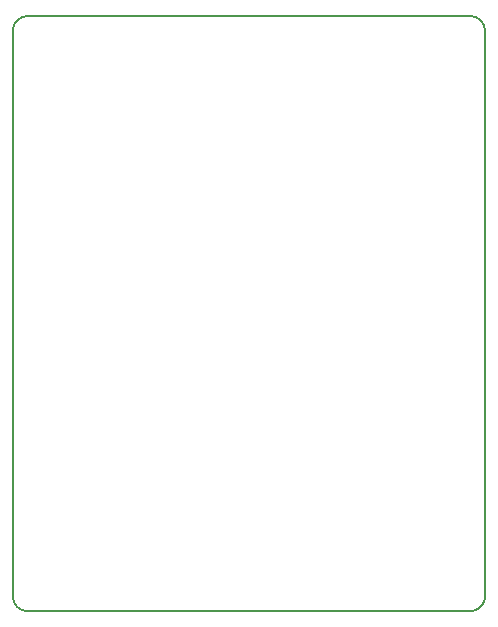
<source format=gm1>
G04*
G04 #@! TF.GenerationSoftware,Altium Limited,Altium Designer,18.1.11 (251)*
G04*
G04 Layer_Color=16711935*
%FSLAX25Y25*%
%MOIN*%
G70*
G01*
G75*
%ADD11C,0.00591*%
D11*
X166535Y117598D02*
G03*
X171535Y112598I5000J0D01*
G01*
Y311024D02*
G03*
X166535Y306024I0J-5000D01*
G01*
X324016D02*
G03*
X319016Y311024I-5000J0D01*
G01*
Y112598D02*
G03*
X324016Y117598I0J5000D01*
G01*
X166535D02*
Y306024D01*
X171535Y311024D02*
X319016D01*
X324016Y117598D02*
Y306024D01*
X171535Y112598D02*
X319016Y112598D01*
M02*

</source>
